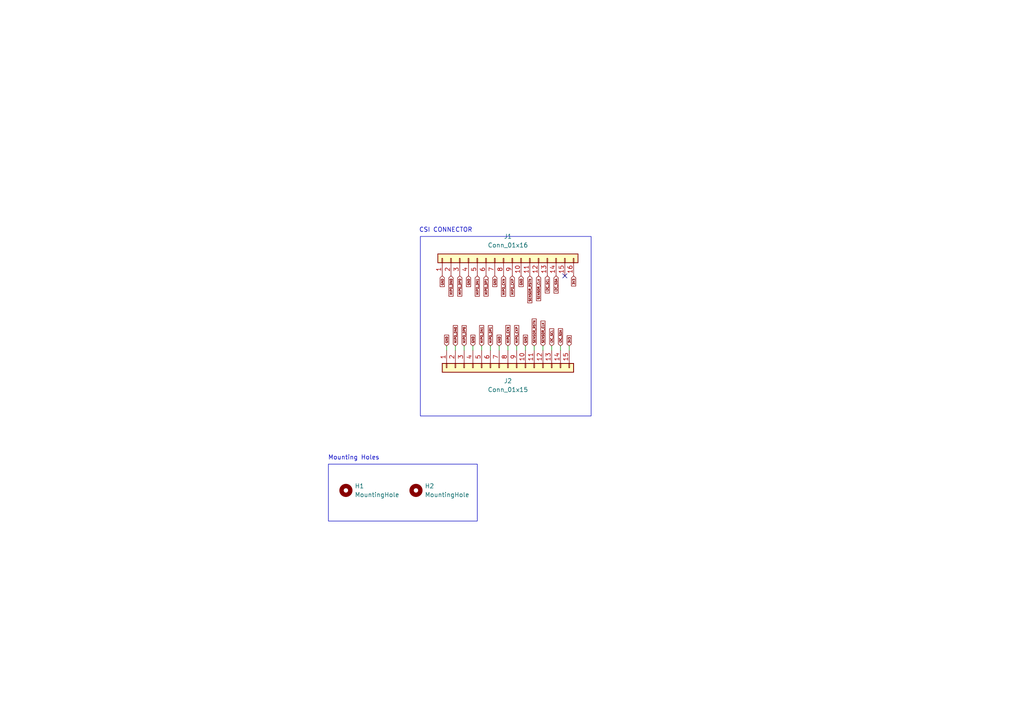
<source format=kicad_sch>
(kicad_sch (version 20231120) (generator "eeschema") (generator_version "8.0")
  (paper "A4")
  (lib_symbols
    (symbol "Connector_Generic:Conn_01x15" (pin_names (offset 1.016) hide)
      (property "Reference" "J" (at 0 20.32 0))
      (property "Value" "Conn_01x15" (at 0 -20.32 0))
      (symbol "Conn_01x15_1_1"
        (rectangle (start -1.27 -17.653) (end 0 -17.907) (stroke (width 0.1524)))
        (rectangle (start -1.27 -15.113) (end 0 -15.367) (stroke (width 0.1524)))
        (rectangle (start -1.27 -12.573) (end 0 -12.827) (stroke (width 0.1524)))
        (rectangle (start -1.27 -10.033) (end 0 -10.287) (stroke (width 0.1524)))
        (rectangle (start -1.27 -7.493) (end 0 -7.747) (stroke (width 0.1524)))
        (rectangle (start -1.27 -4.953) (end 0 -5.207) (stroke (width 0.1524)))
        (rectangle (start -1.27 -2.413) (end 0 -2.667) (stroke (width 0.1524)))
        (rectangle (start -1.27 0.127) (end 0 -0.127) (stroke (width 0.1524)))
        (rectangle (start -1.27 2.667) (end 0 2.413) (stroke (width 0.1524)))
        (rectangle (start -1.27 5.207) (end 0 4.953) (stroke (width 0.1524)))
        (rectangle (start -1.27 7.747) (end 0 7.493) (stroke (width 0.1524)))
        (rectangle (start -1.27 10.287) (end 0 10.033) (stroke (width 0.1524)))
        (rectangle (start -1.27 12.827) (end 0 12.573) (stroke (width 0.1524)))
        (rectangle (start -1.27 15.367) (end 0 15.113) (stroke (width 0.1524)))
        (rectangle (start -1.27 17.907) (end 0 17.653) (stroke (width 0.1524)))
        (rectangle (start -1.27 19.05) (end 1.27 -19.05) (stroke (width 0.254)) (fill (type background)))
        (pin passive line (at -5.08 17.78 0) (length 3.81) (name "Pin_1") (number "1"))
        (pin passive line (at -5.08 -5.08 0) (length 3.81) (name "Pin_10") (number "10"))
        (pin passive line (at -5.08 -7.62 0) (length 3.81) (name "Pin_11") (number "11"))
        (pin passive line (at -5.08 -10.16 0) (length 3.81) (name "Pin_12") (number "12"))
        (pin passive line (at -5.08 -12.7 0) (length 3.81) (name "Pin_13") (number "13"))
        (pin passive line (at -5.08 -15.24 0) (length 3.81) (name "Pin_14") (number "14"))
        (pin passive line (at -5.08 -17.78 0) (length 3.81) (name "Pin_15") (number "15"))
        (pin passive line (at -5.08 15.24 0) (length 3.81) (name "Pin_2") (number "2"))
        (pin passive line (at -5.08 12.7 0) (length 3.81) (name "Pin_3") (number "3"))
        (pin passive line (at -5.08 10.16 0) (length 3.81) (name "Pin_4") (number "4"))
        (pin passive line (at -5.08 7.62 0) (length 3.81) (name "Pin_5") (number "5"))
        (pin passive line (at -5.08 5.08 0) (length 3.81) (name "Pin_6") (number "6"))
        (pin passive line (at -5.08 2.54 0) (length 3.81) (name "Pin_7") (number "7"))
        (pin passive line (at -5.08 0 0) (length 3.81) (name "Pin_8") (number "8"))
        (pin passive line (at -5.08 -2.54 0) (length 3.81) (name "Pin_9") (number "9"))
      )
    )
    (symbol "Connector_Generic:Conn_01x16" (pin_names (offset 1.016) hide)
      (property "Reference" "J" (at 0 20.32 0))
      (property "Value" "Conn_01x16" (at 0 -22.86 0))
      (symbol "Conn_01x16_1_1"
        (rectangle (start -1.27 -20.193) (end 0 -20.447) (stroke (width 0.1524)))
        (rectangle (start -1.27 -17.653) (end 0 -17.907) (stroke (width 0.1524)))
        (rectangle (start -1.27 -15.113) (end 0 -15.367) (stroke (width 0.1524)))
        (rectangle (start -1.27 -12.573) (end 0 -12.827) (stroke (width 0.1524)))
        (rectangle (start -1.27 -10.033) (end 0 -10.287) (stroke (width 0.1524)))
        (rectangle (start -1.27 -7.493) (end 0 -7.747) (stroke (width 0.1524)))
        (rectangle (start -1.27 -4.953) (end 0 -5.207) (stroke (width 0.1524)))
        (rectangle (start -1.27 -2.413) (end 0 -2.667) (stroke (width 0.1524)))
        (rectangle (start -1.27 0.127) (end 0 -0.127) (stroke (width 0.1524)))
        (rectangle (start -1.27 2.667) (end 0 2.413) (stroke (width 0.1524)))
        (rectangle (start -1.27 5.207) (end 0 4.953) (stroke (width 0.1524)))
        (rectangle (start -1.27 7.747) (end 0 7.493) (stroke (width 0.1524)))
        (rectangle (start -1.27 10.287) (end 0 10.033) (stroke (width 0.1524)))
        (rectangle (start -1.27 12.827) (end 0 12.573) (stroke (width 0.1524)))
        (rectangle (start -1.27 15.367) (end 0 15.113) (stroke (width 0.1524)))
        (rectangle (start -1.27 17.907) (end 0 17.653) (stroke (width 0.1524)))
        (rectangle (start -1.27 19.05) (end 1.27 -21.59) (stroke (width 0.254)) (fill (type background)))
        (pin passive line (at -5.08 17.78 0) (length 3.81) (name "Pin_1") (number "1"))
        (pin passive line (at -5.08 -5.08 0) (length 3.81) (name "Pin_10") (number "10"))
        (pin passive line (at -5.08 -7.62 0) (length 3.81) (name "Pin_11") (number "11"))
        (pin passive line (at -5.08 -10.16 0) (length 3.81) (name "Pin_12") (number "12"))
        (pin passive line (at -5.08 -12.7 0) (length 3.81) (name "Pin_13") (number "13"))
        (pin passive line (at -5.08 -15.24 0) (length 3.81) (name "Pin_14") (number "14"))
        (pin passive line (at -5.08 -17.78 0) (length 3.81) (name "Pin_15") (number "15"))
        (pin passive line (at -5.08 -20.32 0) (length 3.81) (name "Pin_16") (number "16"))
        (pin passive line (at -5.08 15.24 0) (length 3.81) (name "Pin_2") (number "2"))
        (pin passive line (at -5.08 12.7 0) (length 3.81) (name "Pin_3") (number "3"))
        (pin passive line (at -5.08 10.16 0) (length 3.81) (name "Pin_4") (number "4"))
        (pin passive line (at -5.08 7.62 0) (length 3.81) (name "Pin_5") (number "5"))
        (pin passive line (at -5.08 5.08 0) (length 3.81) (name "Pin_6") (number "6"))
        (pin passive line (at -5.08 2.54 0) (length 3.81) (name "Pin_7") (number "7"))
        (pin passive line (at -5.08 0 0) (length 3.81) (name "Pin_8") (number "8"))
        (pin passive line (at -5.08 -2.54 0) (length 3.81) (name "Pin_9") (number "9"))
      )
    )
    (symbol "Mechanical:MountingHole" (pin_names (offset 1.016)) (exclude_from_sim yes) (in_bom no)
      (property "Reference" "H" (at 0 5.08 0))
      (property "Value" "MountingHole" (at 0 3.175 0))
      (symbol "MountingHole_0_1"
        (circle (center 0 0) (radius 1.27) (stroke (width 1.27)))
      )
    )
  )
  (no_connect (at 163.83 80.01))
  (wire (pts (xy 160.02 101.6) (xy 160.02 100.33)))
  (wire (pts (xy 149.86 101.6) (xy 149.86 100.33)))
  (wire (pts (xy 165.1 101.6) (xy 165.1 100.33)))
  (wire (pts (xy 134.62 101.6) (xy 134.62 100.33)))
  (wire (pts (xy 142.24 101.6) (xy 142.24 100.33)))
  (wire (pts (xy 129.54 101.6) (xy 129.54 100.33)))
  (wire (pts (xy 132.08 101.6) (xy 132.08 100.33)))
  (wire (pts (xy 139.7 101.6) (xy 139.7 100.33)))
  (wire (pts (xy 144.78 101.6) (xy 144.78 100.33)))
  (wire (pts (xy 147.32 101.6) (xy 147.32 100.33)))
  (wire (pts (xy 152.4 101.6) (xy 152.4 100.33)))
  (wire (pts (xy 162.56 101.6) (xy 162.56 100.33)))
  (wire (pts (xy 157.48 101.6) (xy 157.48 100.33)))
  (wire (pts (xy 137.16 101.6) (xy 137.16 100.33)))
  (wire (pts (xy 154.94 101.6) (xy 154.94 100.33)))
  (rectangle (start 95.25 134.62) (end 138.43 151.13))
  (rectangle (start 121.92 68.58) (end 171.45 120.65))
  (text "Mounting Holes" (at 102.616 132.842 0) (effects (font (size 1.27 1.27))))
  (text "CSI CONNECTOR" (at 129.286 66.802 0) (effects (font (size 1.27 1.27))))
  (global_label "SENSOR_CLK" (shape input) (at 157.48 100.33 90) (effects (font (size 0.635 0.635))) (property "Intersheetrefs" "${INTERSHEET_REFS}" (effects (hide yes))))
  (global_label "MIPO_DN0" (shape input) (at 132.08 100.33 90) (effects (font (size 0.635 0.635))) (property "Intersheetrefs" "${INTERSHEET_REFS}" (effects (hide yes))))
  (global_label "MIPO_DN0" (shape input) (at 130.81 80.01 270) (effects (font (size 0.635 0.635))) (property "Intersheetrefs" "${INTERSHEET_REFS}" (effects (hide yes))))
  (global_label "SENSOR_CLK" (shape input) (at 156.21 80.01 270) (effects (font (size 0.635 0.635))) (property "Intersheetrefs" "${INTERSHEET_REFS}" (effects (hide yes))))
  (global_label "MIPO_DP1" (shape input) (at 142.24 100.33 90) (effects (font (size 0.635 0.635))) (property "Intersheetrefs" "${INTERSHEET_REFS}" (effects (hide yes))))
  (global_label "MIPO_DN1" (shape input) (at 139.7 100.33 90) (effects (font (size 0.635 0.635))) (property "Intersheetrefs" "${INTERSHEET_REFS}" (effects (hide yes))))
  (global_label "I2C_SDA" (shape input) (at 161.29 80.01 270) (effects (font (size 0.635 0.635))) (property "Intersheetrefs" "${INTERSHEET_REFS}" (effects (hide yes))))
  (global_label "MIPO_CKP" (shape input) (at 148.59 80.01 270) (effects (font (size 0.635 0.635))) (property "Intersheetrefs" "${INTERSHEET_REFS}" (effects (hide yes))))
  (global_label "MIPO_CKP" (shape input) (at 149.86 100.33 90) (effects (font (size 0.635 0.635))) (property "Intersheetrefs" "${INTERSHEET_REFS}" (effects (hide yes))))
  (global_label "GND" (shape input) (at 137.16 100.33 90) (effects (font (size 0.635 0.635))) (property "Intersheetrefs" "${INTERSHEET_REFS}" (effects (hide yes))))
  (global_label "GND" (shape input) (at 135.89 80.01 270) (effects (font (size 0.635 0.635))) (property "Intersheetrefs" "${INTERSHEET_REFS}" (effects (hide yes))))
  (global_label "MIPO_DP1" (shape input) (at 140.97 80.01 270) (effects (font (size 0.635 0.635))) (property "Intersheetrefs" "${INTERSHEET_REFS}" (effects (hide yes))))
  (global_label "SENSOR_RSTN" (shape input) (at 154.94 100.33 90) (effects (font (size 0.635 0.635))) (property "Intersheetrefs" "${INTERSHEET_REFS}" (effects (hide yes))))
  (global_label "GND" (shape input) (at 151.13 80.01 270) (effects (font (size 0.635 0.635))) (property "Intersheetrefs" "${INTERSHEET_REFS}" (effects (hide yes))))
  (global_label "SENSOR_RSTN" (shape input) (at 153.67 80.01 270) (effects (font (size 0.635 0.635))) (property "Intersheetrefs" "${INTERSHEET_REFS}" (effects (hide yes))))
  (global_label "GND" (shape input) (at 152.4 100.33 90) (effects (font (size 0.635 0.635))) (property "Intersheetrefs" "${INTERSHEET_REFS}" (effects (hide yes))))
  (global_label "GND" (shape input) (at 143.51 80.01 270) (effects (font (size 0.635 0.635))) (property "Intersheetrefs" "${INTERSHEET_REFS}" (effects (hide yes))))
  (global_label "GND" (shape input) (at 144.78 100.33 90) (effects (font (size 0.635 0.635))) (property "Intersheetrefs" "${INTERSHEET_REFS}" (effects (hide yes))))
  (global_label "I2C_SCL" (shape input) (at 158.75 80.01 270) (effects (font (size 0.635 0.635))) (property "Intersheetrefs" "${INTERSHEET_REFS}" (effects (hide yes))))
  (global_label "3V3" (shape input) (at 166.37 80.01 270) (effects (font (size 0.635 0.635))) (property "Intersheetrefs" "${INTERSHEET_REFS}" (effects (hide yes))))
  (global_label "I2C_SDA" (shape input) (at 162.56 100.33 90) (effects (font (size 0.635 0.635))) (property "Intersheetrefs" "${INTERSHEET_REFS}" (effects (hide yes))))
  (global_label "MIPO_DP0" (shape input) (at 134.62 100.33 90) (effects (font (size 0.635 0.635))) (property "Intersheetrefs" "${INTERSHEET_REFS}" (effects (hide yes))))
  (global_label "MIPO_DP0" (shape input) (at 133.35 80.01 270) (effects (font (size 0.635 0.635))) (property "Intersheetrefs" "${INTERSHEET_REFS}" (effects (hide yes))))
  (global_label "I2C_SCL" (shape input) (at 160.02 100.33 90) (effects (font (size 0.635 0.635))) (property "Intersheetrefs" "${INTERSHEET_REFS}" (effects (hide yes))))
  (global_label "MIPO_CKN" (shape input) (at 147.32 100.33 90) (effects (font (size 0.635 0.635))) (property "Intersheetrefs" "${INTERSHEET_REFS}" (effects (hide yes))))
  (global_label "GND" (shape input) (at 129.54 100.33 90) (effects (font (size 0.635 0.635))) (property "Intersheetrefs" "${INTERSHEET_REFS}" (effects (hide yes))))
  (global_label "3V3" (shape input) (at 165.1 100.33 90) (effects (font (size 0.635 0.635))) (property "Intersheetrefs" "${INTERSHEET_REFS}" (effects (hide yes))))
  (global_label "MIPO_CKN" (shape input) (at 146.05 80.01 270) (effects (font (size 0.635 0.635))) (property "Intersheetrefs" "${INTERSHEET_REFS}" (effects (hide yes))))
  (global_label "MIPO_DN1" (shape input) (at 138.43 80.01 270) (effects (font (size 0.635 0.635))) (property "Intersheetrefs" "${INTERSHEET_REFS}" (effects (hide yes))))
  (global_label "GND" (shape input) (at 128.27 80.01 270) (effects (font (size 0.635 0.635))) (property "Intersheetrefs" "${INTERSHEET_REFS}" (effects (hide yes))))
  (symbol (lib_id "Connector_Generic:Conn_01x16") (at 146.05 74.93 90) (unit 1)
    (property "Reference" "J1" (at 147.32 68.58 90))
    (property "Value" "Conn_01x16" (at 147.32 71.12 90))
    (property "Footprint" "CSI_Connector:CON_527461671_MOL" (effects (hide yes)))
    (property "Description" "Generic connector, single row, 01x16, script generated (kicad-library-utils/schlib/autogen/connector/)" (effects (hide yes)))
  )
  (symbol (lib_id "Mechanical:MountingHole") (at 120.65 142.24 0) (unit 1) (exclude_from_sim yes) (in_bom no)
    (property "Reference" "H2" (at 123.19 140.9699 0) (effects (justify left)))
    (property "Value" "MountingHole" (at 123.19 143.5099 0) (effects (justify left)))
    (property "Footprint" "MountingHole:MountingHole_2.1mm" (effects (hide yes)))
    (property "Description" "Mounting Hole without connection" (effects (hide yes)))
  )
  (symbol (lib_id "Connector_Generic:Conn_01x15") (at 147.32 106.68 90) (mirror x) (unit 1)
    (property "Reference" "J2" (at 147.32 110.49 90))
    (property "Value" "Conn_01x15" (at 147.32 113.03 90))
    (property "Footprint" "Connector_FFC-FPC:TE_1-84952-5_1x15-1MP_P1.0mm_Horizontal" (effects (hide yes)))
    (property "Description" "Generic connector, single row, 01x15, script generated (kicad-library-utils/schlib/autogen/connector/)" (effects (hide yes)))
  )
  (symbol (lib_id "Mechanical:MountingHole") (at 100.33 142.24 0) (unit 1) (exclude_from_sim yes) (in_bom no)
    (property "Reference" "H1" (at 102.87 140.9699 0) (effects (justify left)))
    (property "Value" "MountingHole" (at 102.87 143.5099 0) (effects (justify left)))
    (property "Footprint" "MountingHole:MountingHole_2.1mm" (effects (hide yes)))
    (property "Description" "Mounting Hole without connection" (effects (hide yes)))
  )
)
</source>
